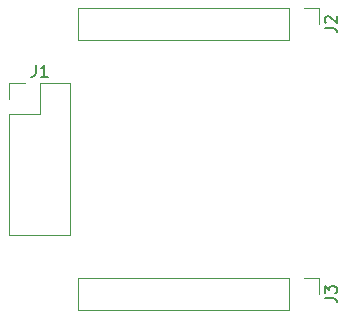
<source format=gbr>
%TF.GenerationSoftware,KiCad,Pcbnew,(5.1.10)-1*%
%TF.CreationDate,2021-10-25T01:06:34+02:00*%
%TF.ProjectId,c1101 shield,63313130-3120-4736-9869-656c642e6b69,rev?*%
%TF.SameCoordinates,Original*%
%TF.FileFunction,Legend,Top*%
%TF.FilePolarity,Positive*%
%FSLAX46Y46*%
G04 Gerber Fmt 4.6, Leading zero omitted, Abs format (unit mm)*
G04 Created by KiCad (PCBNEW (5.1.10)-1) date 2021-10-25 01:06:34*
%MOMM*%
%LPD*%
G01*
G04 APERTURE LIST*
%ADD10C,0.120000*%
%ADD11C,0.150000*%
G04 APERTURE END LIST*
D10*
%TO.C,J3*%
X40626000Y-193888000D02*
X40626000Y-195218000D01*
X39296000Y-193888000D02*
X40626000Y-193888000D01*
X38026000Y-193888000D02*
X38026000Y-196548000D01*
X38026000Y-196548000D02*
X20186000Y-196548000D01*
X38026000Y-193888000D02*
X20186000Y-193888000D01*
X20186000Y-193888000D02*
X20186000Y-196548000D01*
%TO.C,J2*%
X40626000Y-171028000D02*
X40626000Y-172358000D01*
X39296000Y-171028000D02*
X40626000Y-171028000D01*
X38026000Y-171028000D02*
X38026000Y-173688000D01*
X38026000Y-173688000D02*
X20186000Y-173688000D01*
X38026000Y-171028000D02*
X20186000Y-171028000D01*
X20186000Y-171028000D02*
X20186000Y-173688000D01*
%TO.C,J1*%
X14344000Y-190198000D02*
X19544000Y-190198000D01*
X14344000Y-179978000D02*
X14344000Y-190198000D01*
X19544000Y-177378000D02*
X19544000Y-190198000D01*
X14344000Y-179978000D02*
X16944000Y-179978000D01*
X16944000Y-179978000D02*
X16944000Y-177378000D01*
X16944000Y-177378000D02*
X19544000Y-177378000D01*
X14344000Y-178708000D02*
X14344000Y-177378000D01*
X14344000Y-177378000D02*
X15674000Y-177378000D01*
%TO.C,J3*%
D11*
X41078380Y-195551333D02*
X41792666Y-195551333D01*
X41935523Y-195598952D01*
X42030761Y-195694190D01*
X42078380Y-195837047D01*
X42078380Y-195932285D01*
X41078380Y-195170380D02*
X41078380Y-194551333D01*
X41459333Y-194884666D01*
X41459333Y-194741809D01*
X41506952Y-194646571D01*
X41554571Y-194598952D01*
X41649809Y-194551333D01*
X41887904Y-194551333D01*
X41983142Y-194598952D01*
X42030761Y-194646571D01*
X42078380Y-194741809D01*
X42078380Y-195027523D01*
X42030761Y-195122761D01*
X41983142Y-195170380D01*
%TO.C,J2*%
X41078380Y-172691333D02*
X41792666Y-172691333D01*
X41935523Y-172738952D01*
X42030761Y-172834190D01*
X42078380Y-172977047D01*
X42078380Y-173072285D01*
X41173619Y-172262761D02*
X41126000Y-172215142D01*
X41078380Y-172119904D01*
X41078380Y-171881809D01*
X41126000Y-171786571D01*
X41173619Y-171738952D01*
X41268857Y-171691333D01*
X41364095Y-171691333D01*
X41506952Y-171738952D01*
X42078380Y-172310380D01*
X42078380Y-171691333D01*
%TO.C,J1*%
X16610666Y-175830380D02*
X16610666Y-176544666D01*
X16563047Y-176687523D01*
X16467809Y-176782761D01*
X16324952Y-176830380D01*
X16229714Y-176830380D01*
X17610666Y-176830380D02*
X17039238Y-176830380D01*
X17324952Y-176830380D02*
X17324952Y-175830380D01*
X17229714Y-175973238D01*
X17134476Y-176068476D01*
X17039238Y-176116095D01*
%TD*%
M02*

</source>
